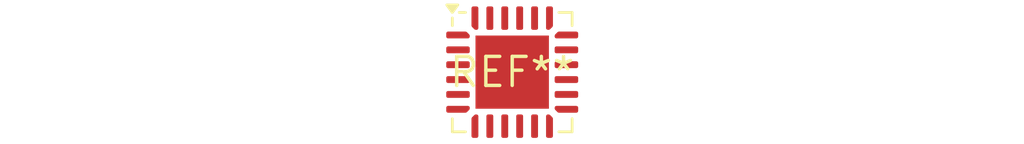
<source format=kicad_pcb>
(kicad_pcb (version 20240108) (generator pcbnew)
  (layers (0 "F.Cu" signal) (31 "B.Cu" signal) (34 "B.Paste" user) (35 "F.Paste" user) (36 "B.SilkS" user "B.Silkscreen") (37 "F.SilkS" user "F.Silkscreen") (38 "B.Mask" user) (39 "F.Mask" user) (44 "Edge.Cuts" user))
  (net 0 "")
  (footprint "QFN-24-1EP_5x5mm_P0.65mm_EP3.2x3.2mm" (layer "F.Cu") (at 0 0)
    (property "Reference" "REF**")
    (property "Value" "QFN-24-1EP_5x5mm_P0.65mm_EP3.2x3.2mm")
    (fp_line (start -2.61 -2.035) (end -2.61 -2.37) (layer "F.SilkS") (stroke (width 0.12)))
    (fp_line (start -2.61 2.61) (end -2.61 2.035) (layer "F.SilkS") (stroke (width 0.12)))
    (fp_line (start -2.035 -2.61) (end -2.31 -2.61) (layer "F.SilkS") (stroke (width 0.12)))
    (fp_line (start -2.035 2.61) (end -2.61 2.61) (layer "F.SilkS") (stroke (width 0.12)))
    (fp_line (start 2.035 -2.61) (end 2.61 -2.61) (layer "F.SilkS") (stroke (width 0.12)))
    (fp_line (start 2.035 2.61) (end 2.61 2.61) (layer "F.SilkS") (stroke (width 0.12)))
    (fp_line (start 2.61 -2.61) (end 2.61 -2.035) (layer "F.SilkS") (stroke (width 0.12)))
    (fp_line (start 2.61 2.61) (end 2.61 2.035) (layer "F.SilkS") (stroke (width 0.12)))
    (fp_poly (pts (xy -2.61 -2.61) (xy -2.85 -2.94) (xy -2.37 -2.94) (xy -2.61 -2.61)) (layer "F.SilkS") (stroke (width 0.12)) (fill solid))
    (pad "1" smd custom (at -2.3625 -1.625) (size 0.193934 0.193934) (layers "F.Cu" "F.Paste" "F.Mask") (options (clearance outline) (anchor circle)) (primitives (gr_poly (pts (xy -0.4375 -0.075) (xy 0.331434 -0.075) (xy 0.4375 0.031066) (xy 0.4375 0.075) (xy -0.4375 0.075)) (width 0.15) (fill yes))))
    (pad "2" smd roundrect (at -2.3625 -0.975) (size 1.025 0.3) (layers "F.Cu" "F.Paste" "F.Mask"))
    (pad "3" smd roundrect (at -2.3625 -0.325) (size 1.025 0.3) (layers "F.Cu" "F.Paste" "F.Mask"))
    (pad "4" smd roundrect (at -2.3625 0.325) (size 1.025 0.3) (layers "F.Cu" "F.Paste" "F.Mask"))
    (pad "5" smd roundrect (at -2.3625 0.975) (size 1.025 0.3) (layers "F.Cu" "F.Paste" "F.Mask"))
    (pad "6" smd custom (at -2.3625 1.625) (size 0.193934 0.193934) (layers "F.Cu" "F.Paste" "F.Mask") (options (clearance outline) (anchor circle)) (primitives (gr_poly (pts (xy -0.4375 -0.075) (xy 0.4375 -0.075) (xy 0.4375 -0.031066) (xy 0.331434 0.075) (xy -0.4375 0.075)) (width 0.15) (fill yes))))
    (pad "7" smd custom (at -1.625 2.3625) (size 0.193934 0.193934) (layers "F.Cu" "F.Paste" "F.Mask") (options (clearance outline) (anchor circle)) (primitives (gr_poly (pts (xy -0.075 -0.331434) (xy 0.031066 -0.4375) (xy 0.075 -0.4375) (xy 0.075 0.4375) (xy -0.075 0.4375)) (width 0.15) (fill yes))))
    (pad "8" smd roundrect (at -0.975 2.3625) (size 0.3 1.025) (layers "F.Cu" "F.Paste" "F.Mask"))
    (pad "9" smd roundrect (at -0.325 2.3625) (size 0.3 1.025) (layers "F.Cu" "F.Paste" "F.Mask"))
    (pad "10" smd roundrect (at 0.325 2.3625) (size 0.3 1.025) (layers "F.Cu" "F.Paste" "F.Mask"))
    (pad "11" smd roundrect (at 0.975 2.3625) (size 0.3 1.025) (layers "F.Cu" "F.Paste" "F.Mask"))
    (pad "12" smd custom (at 1.625 2.3625) (size 0.193934 0.193934) (layers "F.Cu" "F.Paste" "F.Mask") (options (clearance outline) (anchor circle)) (primitives (gr_poly (pts (xy -0.075 -0.4375) (xy -0.031066 -0.4375) (xy 0.075 -0.331434) (xy 0.075 0.4375) (xy -0.075 0.4375)) (width 0.15) (fill yes))))
    (pad "13" smd custom (at 2.3625 1.625) (size 0.193934 0.193934) (layers "F.Cu" "F.Paste" "F.Mask") (options (clearance outline) (anchor circle)) (primitives (gr_poly (pts (xy -0.4375 -0.075) (xy 0.4375 -0.075) (xy 0.4375 0.075) (xy -0.331434 0.075) (xy -0.4375 -0.031066)) (width 0.15) (fill yes))))
    (pad "14" smd roundrect (at 2.3625 0.975) (size 1.025 0.3) (layers "F.Cu" "F.Paste" "F.Mask"))
    (pad "15" smd roundrect (at 2.3625 0.325) (size 1.025 0.3) (layers "F.Cu" "F.Paste" "F.Mask"))
    (pad "16" smd roundrect (at 2.3625 -0.325) (size 1.025 0.3) (layers "F.Cu" "F.Paste" "F.Mask"))
    (pad "17" smd roundrect (at 2.3625 -0.975) (size 1.025 0.3) (layers "F.Cu" "F.Paste" "F.Mask"))
    (pad "18" smd custom (at 2.3625 -1.625) (size 0.193934 0.193934) (layers "F.Cu" "F.Paste" "F.Mask") (options (clearance outline) (anchor circle)) (primitives (gr_poly (pts (xy -0.4375 0.031066) (xy -0.331434 -0.075) (xy 0.4375 -0.075) (xy 0.4375 0.075) (xy -0.4375 0.075)) (width 0.15) (fill yes))))
    (pad "19" smd custom (at 1.625 -2.3625) (size 0.193934 0.193934) (layers "F.Cu" "F.Paste" "F.Mask") (options (clearance outline) (anchor circle)) (primitives (gr_poly (pts (xy -0.075 -0.4375) (xy 0.075 -0.4375) (xy 0.075 0.331434) (xy -0.031066 0.4375) (xy -0.075 0.4375)) (width 0.15) (fill yes))))
    (pad "20" smd roundrect (at 0.975 -2.3625) (size 0.3 1.025) (layers "F.Cu" "F.Paste" "F.Mask"))
    (pad "21" smd roundrect (at 0.325 -2.3625) (size 0.3 1.025) (layers "F.Cu" "F.Paste" "F.Mask"))
    (pad "22" smd roundrect (at -0.325 -2.3625) (size 0.3 1.025) (layers "F.Cu" "F.Paste" "F.Mask"))
    (pad "23" smd roundrect (at -0.975 -2.3625) (size 0.3 1.025) (layers "F.Cu" "F.Paste" "F.Mask"))
    (pad "24" smd custom (at -1.625 -2.3625) (size 0.193934 0.193934) (layers "F.Cu" "F.Paste" "F.Mask") (options (clearance outline) (anchor circle)) (primitives (gr_poly (pts (xy -0.075 -0.4375) (xy 0.075 -0.4375) (xy 0.075 0.4375) (xy 0.031066 0.4375) (xy -0.075 0.331434)) (width 0.15) (fill yes))))
    (pad "25" smd rect (at 0 0) (size 3.2 3.2) (property pad_prop_heatsink) (layers "F.Cu" "F.Mask"))
  )
)
</source>
